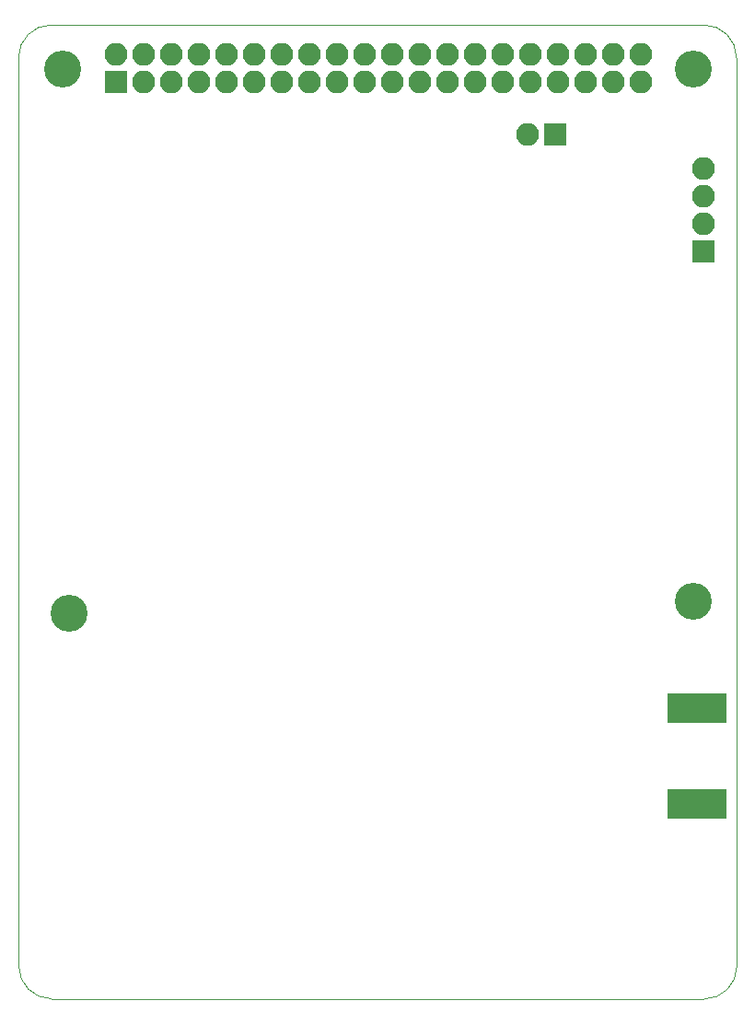
<source format=gbr>
G04 #@! TF.FileFunction,Soldermask,Bot*
%FSLAX46Y46*%
G04 Gerber Fmt 4.6, Leading zero omitted, Abs format (unit mm)*
G04 Created by KiCad (PCBNEW 4.0.7-e2-6376~61~ubuntu18.04.1) date Fri Sep  6 21:57:16 2019*
%MOMM*%
%LPD*%
G01*
G04 APERTURE LIST*
%ADD10C,0.100000*%
%ADD11C,3.400000*%
%ADD12R,5.480000X2.820000*%
%ADD13R,2.100000X2.100000*%
%ADD14O,2.100000X2.100000*%
G04 APERTURE END LIST*
D10*
X77030356Y-63317600D02*
X77030356Y-146750000D01*
X77004956Y-63292211D02*
G75*
G02X80004956Y-60292211I3000000J0D01*
G01*
X140030356Y-60317611D02*
X80030356Y-60317611D01*
X140030356Y-60292211D02*
G75*
G02X143030356Y-63292211I0J-3000000D01*
G01*
X143030356Y-63317600D02*
X143030356Y-146750000D01*
X80030356Y-149829611D02*
G75*
G02X77030356Y-146829611I0J3000000D01*
G01*
X80000000Y-149829611D02*
X140000000Y-149829611D01*
X143055751Y-146860247D02*
G75*
G02X140055756Y-149855011I-2999995J5236D01*
G01*
D11*
X139014000Y-113310000D03*
X139014000Y-113310000D03*
X139039400Y-64313400D03*
X81024000Y-64323400D03*
X81633600Y-114386800D03*
X81633600Y-114386800D03*
X81633600Y-114386800D03*
X81633600Y-114386800D03*
D12*
X139388000Y-131888000D03*
X139388000Y-123128000D03*
D13*
X139954000Y-81153000D03*
D14*
X139954000Y-78613000D03*
X139954000Y-76073000D03*
X139954000Y-73533000D03*
D13*
X85979000Y-65532000D03*
D14*
X85979000Y-62992000D03*
X88519000Y-65532000D03*
X88519000Y-62992000D03*
X91059000Y-65532000D03*
X91059000Y-62992000D03*
X93599000Y-65532000D03*
X93599000Y-62992000D03*
X96139000Y-65532000D03*
X96139000Y-62992000D03*
X98679000Y-65532000D03*
X98679000Y-62992000D03*
X101219000Y-65532000D03*
X101219000Y-62992000D03*
X103759000Y-65532000D03*
X103759000Y-62992000D03*
X106299000Y-65532000D03*
X106299000Y-62992000D03*
X108839000Y-65532000D03*
X108839000Y-62992000D03*
X111379000Y-65532000D03*
X111379000Y-62992000D03*
X113919000Y-65532000D03*
X113919000Y-62992000D03*
X116459000Y-65532000D03*
X116459000Y-62992000D03*
X118999000Y-65532000D03*
X118999000Y-62992000D03*
X121539000Y-65532000D03*
X121539000Y-62992000D03*
X124079000Y-65532000D03*
X124079000Y-62992000D03*
X126619000Y-65532000D03*
X126619000Y-62992000D03*
X129159000Y-65532000D03*
X129159000Y-62992000D03*
X131699000Y-65532000D03*
X131699000Y-62992000D03*
X134239000Y-65532000D03*
X134239000Y-62992000D03*
D13*
X126339600Y-70332600D03*
D14*
X123799600Y-70332600D03*
M02*

</source>
